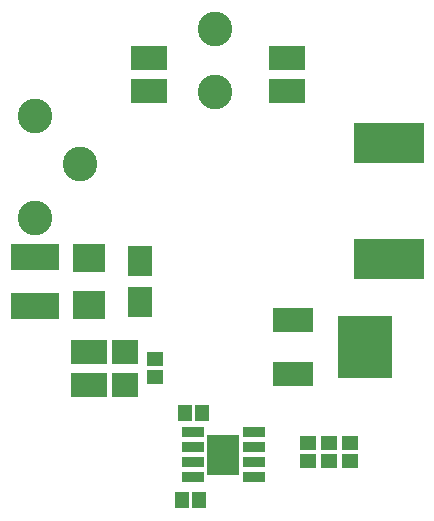
<source format=gbr>
%TF.GenerationSoftware,KiCad,Pcbnew,0.201604071231+6672~43~ubuntu15.10.1-product*%
%TF.CreationDate,2016-04-11T17:56:56+02:00*%
%TF.ProjectId,moto-dcdc,6D6F746F2D646364632E6B696361645F,rev?*%
%TF.FileFunction,Soldermask,Top*%
%FSLAX46Y46*%
G04 Gerber Fmt 4.6, Leading zero omitted, Abs format (unit mm)*
G04 Created by KiCad (PCBNEW 0.201604071231+6672~43~ubuntu15.10.1-product) date pon, 11 kwi 2016, 17:56:56*
%MOMM*%
G01*
G04 APERTURE LIST*
%ADD10C,0.100000*%
%ADD11R,2.203400X2.000200*%
%ADD12R,3.092400X2.000200*%
%ADD13R,1.400760X1.299160*%
%ADD14R,1.299160X1.400760*%
%ADD15R,2.099260X2.500580*%
%ADD16R,2.701240X2.398980*%
%ADD17R,5.900000X3.500000*%
%ADD18R,4.100780X2.200860*%
%ADD19R,1.900000X0.850000*%
%ADD20R,2.800000X3.500000*%
%ADD21R,3.400000X2.000000*%
%ADD22R,4.591000X5.226000*%
%ADD23C,2.940000*%
G04 APERTURE END LIST*
D10*
D11*
X138684000Y-109093000D03*
X138684000Y-106299000D03*
D12*
X135636000Y-109093000D03*
X135636000Y-106299000D03*
D13*
X141224000Y-108447840D03*
X141224000Y-106944160D03*
D14*
X145277840Y-111506000D03*
X143774160Y-111506000D03*
D13*
X154178000Y-114056160D03*
X154178000Y-115559840D03*
D12*
X140716000Y-84201000D03*
X140716000Y-81407000D03*
X152400000Y-84201000D03*
X152400000Y-81407000D03*
D15*
X139954000Y-98600260D03*
X139954000Y-102059740D03*
D16*
X135636000Y-98320860D03*
X135636000Y-102339140D03*
D17*
X161060000Y-98472000D03*
X161060000Y-88622000D03*
D18*
X131064000Y-102379780D03*
X131064000Y-98280220D03*
D14*
X143520160Y-118872000D03*
X145023840Y-118872000D03*
D13*
X157734000Y-114056160D03*
X157734000Y-115559840D03*
X155956000Y-115559840D03*
X155956000Y-114056160D03*
D19*
X144479000Y-113122000D03*
X144479000Y-114392000D03*
X144479000Y-116932000D03*
X144479000Y-115662000D03*
X149609000Y-115662000D03*
X149609000Y-116932000D03*
X149609000Y-114392000D03*
X149609000Y-113122000D03*
D20*
X147044000Y-115062000D03*
D21*
X152932000Y-103638000D03*
X152932000Y-108198000D03*
D22*
X159068000Y-105918000D03*
D23*
X146304000Y-78994000D03*
X131064000Y-94996000D03*
X134874000Y-90424000D03*
X146304000Y-84328000D03*
X131064000Y-86360000D03*
M02*

</source>
